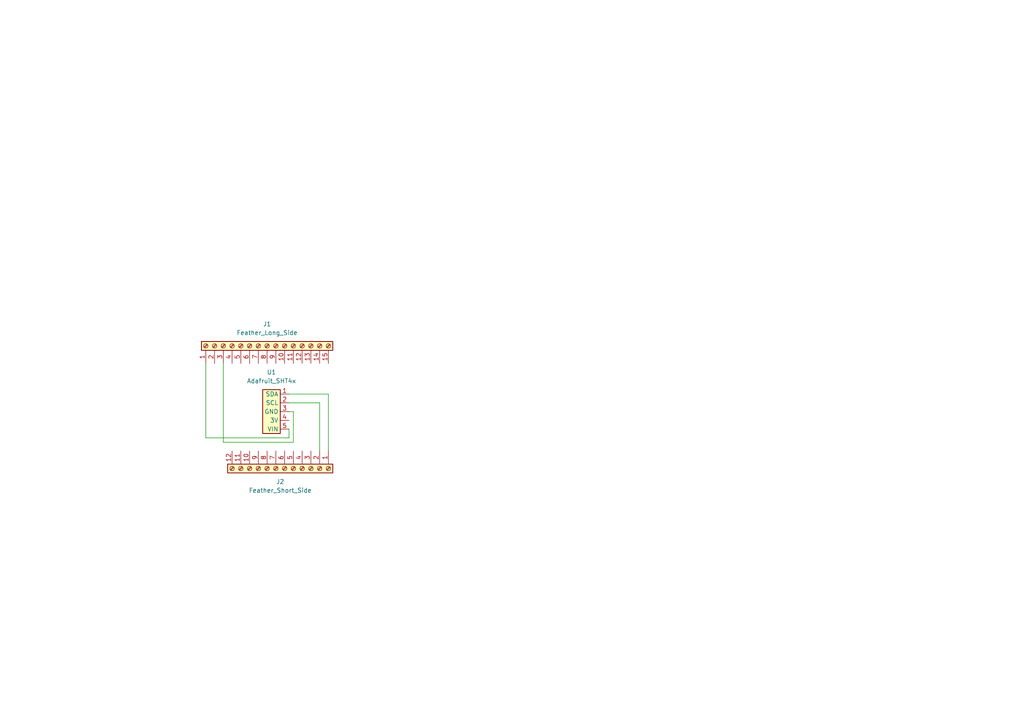
<source format=kicad_sch>
(kicad_sch (version 20211123) (generator eeschema)
  (paper "A4")
  (lib_symbols
    (symbol "Sensor:Adafruit_SHT4x"
      (property "Reference" "U" (at 3.81 6.35 0))
      (property "Value" "Adafruit_SHT4x" (at 2.54 -11.43 0))
      (symbol "Adafruit_SHT4x_0_1"
        (rectangle (start 0 5.08) (end 5.08 -7.62) (stroke (width 0.254)) (fill (type background)))
      )
      (symbol "Adafruit_SHT4x_1_1"
        (pin bidirectional line (at 7.62 3.81 180) (length 2.54) (name "SDA") (number "1"))
        (pin input line (at 7.62 1.27 180) (length 2.54) (name "SCL") (number "2"))
        (pin power_in line (at 7.62 -1.27 180) (length 2.54) (name "GND") (number "3"))
        (pin power_out line (at 7.62 -3.81 180) (length 2.54) (name "3V") (number "4"))
        (pin power_in line (at 7.62 -6.35 180) (length 2.54) (name "VIN") (number "5"))
      )
    )
    (symbol "Sensor:Feather_Long_Side" (pin_names (offset 1.016) hide)
      (property "Reference" "J" (at 0 20.32 0))
      (property "Value" "Feather_Long_Side" (at 0 -20.32 0))
      (symbol "Feather_Long_Side_1_1"
        (rectangle (start -1.27 19.05) (end 1.27 -19.05) (stroke (width 0.254)) (fill (type background)))
        (circle (center 0 -17.78) (radius 0.635) (stroke (width 0.1524)))
        (circle (center 0 -15.24) (radius 0.635) (stroke (width 0.1524)))
        (circle (center 0 -12.7) (radius 0.635) (stroke (width 0.1524)))
        (circle (center 0 -10.16) (radius 0.635) (stroke (width 0.1524)))
        (circle (center 0 -7.62) (radius 0.635) (stroke (width 0.1524)))
        (circle (center 0 -5.08) (radius 0.635) (stroke (width 0.1524)))
        (circle (center 0 -2.54) (radius 0.635) (stroke (width 0.1524)))
        (polyline (pts (xy -0.5334 -17.4498) (xy 0.3302 -18.288)) (stroke (width 0.1524)))
        (polyline (pts (xy -0.5334 -14.9098) (xy 0.3302 -15.748)) (stroke (width 0.1524)))
        (polyline (pts (xy -0.5334 -12.3698) (xy 0.3302 -13.208)) (stroke (width 0.1524)))
        (polyline (pts (xy -0.5334 -9.8298) (xy 0.3302 -10.668)) (stroke (width 0.1524)))
        (polyline (pts (xy -0.5334 -7.2898) (xy 0.3302 -8.128)) (stroke (width 0.1524)))
        (polyline (pts (xy -0.5334 -4.7498) (xy 0.3302 -5.588)) (stroke (width 0.1524)))
        (polyline (pts (xy -0.5334 -2.2098) (xy 0.3302 -3.048)) (stroke (width 0.1524)))
        (polyline (pts (xy -0.5334 0.3302) (xy 0.3302 -0.508)) (stroke (width 0.1524)))
        (polyline (pts (xy -0.5334 2.8702) (xy 0.3302 2.032)) (stroke (width 0.1524)))
        (polyline (pts (xy -0.5334 5.4102) (xy 0.3302 4.572)) (stroke (width 0.1524)))
        (polyline (pts (xy -0.5334 7.9502) (xy 0.3302 7.112)) (stroke (width 0.1524)))
        (polyline (pts (xy -0.5334 10.4902) (xy 0.3302 9.652)) (stroke (width 0.1524)))
        (polyline (pts (xy -0.5334 13.0302) (xy 0.3302 12.192)) (stroke (width 0.1524)))
        (polyline (pts (xy -0.5334 15.5702) (xy 0.3302 14.732)) (stroke (width 0.1524)))
        (polyline (pts (xy -0.5334 18.1102) (xy 0.3302 17.272)) (stroke (width 0.1524)))
        (polyline (pts (xy -0.3556 -17.272) (xy 0.508 -18.1102)) (stroke (width 0.1524)))
        (polyline (pts (xy -0.3556 -14.732) (xy 0.508 -15.5702)) (stroke (width 0.1524)))
        (polyline (pts (xy -0.3556 -12.192) (xy 0.508 -13.0302)) (stroke (width 0.1524)))
        (polyline (pts (xy -0.3556 -9.652) (xy 0.508 -10.4902)) (stroke (width 0.1524)))
        (polyline (pts (xy -0.3556 -7.112) (xy 0.508 -7.9502)) (stroke (width 0.1524)))
        (polyline (pts (xy -0.3556 -4.572) (xy 0.508 -5.4102)) (stroke (width 0.1524)))
        (polyline (pts (xy -0.3556 -2.032) (xy 0.508 -2.8702)) (stroke (width 0.1524)))
        (polyline (pts (xy -0.3556 0.508) (xy 0.508 -0.3302)) (stroke (width 0.1524)))
        (polyline (pts (xy -0.3556 3.048) (xy 0.508 2.2098)) (stroke (width 0.1524)))
        (polyline (pts (xy -0.3556 5.588) (xy 0.508 4.7498)) (stroke (width 0.1524)))
        (polyline (pts (xy -0.3556 8.128) (xy 0.508 7.2898)) (stroke (width 0.1524)))
        (polyline (pts (xy -0.3556 10.668) (xy 0.508 9.8298)) (stroke (width 0.1524)))
        (polyline (pts (xy -0.3556 13.208) (xy 0.508 12.3698)) (stroke (width 0.1524)))
        (polyline (pts (xy -0.3556 15.748) (xy 0.508 14.9098)) (stroke (width 0.1524)))
        (polyline (pts (xy -0.3556 18.288) (xy 0.508 17.4498)) (stroke (width 0.1524)))
        (circle (center 0 0) (radius 0.635) (stroke (width 0.1524)))
        (circle (center 0 2.54) (radius 0.635) (stroke (width 0.1524)))
        (circle (center 0 5.08) (radius 0.635) (stroke (width 0.1524)))
        (circle (center 0 7.62) (radius 0.635) (stroke (width 0.1524)))
        (circle (center 0 10.16) (radius 0.635) (stroke (width 0.1524)))
        (circle (center 0 12.7) (radius 0.635) (stroke (width 0.1524)))
        (circle (center 0 15.24) (radius 0.635) (stroke (width 0.1524)))
        (circle (center 0 17.78) (radius 0.635) (stroke (width 0.1524)))
        (pin power_out line (at -5.08 17.78 0) (length 3.81) (name "3V") (number "1"))
        (pin passive line (at -5.08 -5.08 0) (length 3.81) (name "Pin_10") (number "10"))
        (pin passive line (at -5.08 -7.62 0) (length 3.81) (name "Pin_11") (number "11"))
        (pin passive line (at -5.08 -10.16 0) (length 3.81) (name "Pin_12") (number "12"))
        (pin passive line (at -5.08 -12.7 0) (length 3.81) (name "Pin_13") (number "13"))
        (pin passive line (at -5.08 -15.24 0) (length 3.81) (name "Pin_14") (number "14"))
        (pin passive line (at -5.08 -17.78 0) (length 3.81) (name "Pin_15") (number "15"))
        (pin passive line (at -5.08 15.24 0) (length 3.81) (name "Pin_2") (number "2"))
        (pin power_out line (at -5.08 12.7 0) (length 3.81) (name "GND") (number "3"))
        (pin passive line (at -5.08 10.16 0) (length 3.81) (name "Pin_4") (number "4"))
        (pin passive line (at -5.08 7.62 0) (length 3.81) (name "Pin_5") (number "5"))
        (pin passive line (at -5.08 5.08 0) (length 3.81) (name "Pin_6") (number "6"))
        (pin passive line (at -5.08 2.54 0) (length 3.81) (name "Pin_7") (number "7"))
        (pin passive line (at -5.08 0 0) (length 3.81) (name "Pin_8") (number "8"))
        (pin passive line (at -5.08 -2.54 0) (length 3.81) (name "Pin_9") (number "9"))
      )
    )
    (symbol "Sensor:Feather_Short_Side" (pin_names (offset 1.016) hide)
      (property "Reference" "J" (at 0 15.24 0))
      (property "Value" "Feather_Short_Side" (at 0 -17.78 0))
      (symbol "Feather_Short_Side_1_1"
        (rectangle (start -1.27 13.97) (end 1.27 -16.51) (stroke (width 0.254)) (fill (type background)))
        (circle (center 0 -15.24) (radius 0.635) (stroke (width 0.1524)))
        (circle (center 0 -12.7) (radius 0.635) (stroke (width 0.1524)))
        (circle (center 0 -10.16) (radius 0.635) (stroke (width 0.1524)))
        (circle (center 0 -7.62) (radius 0.635) (stroke (width 0.1524)))
        (circle (center 0 -5.08) (radius 0.635) (stroke (width 0.1524)))
        (circle (center 0 -2.54) (radius 0.635) (stroke (width 0.1524)))
        (polyline (pts (xy -0.5334 -14.9098) (xy 0.3302 -15.748)) (stroke (width 0.1524)))
        (polyline (pts (xy -0.5334 -12.3698) (xy 0.3302 -13.208)) (stroke (width 0.1524)))
        (polyline (pts (xy -0.5334 -9.8298) (xy 0.3302 -10.668)) (stroke (width 0.1524)))
        (polyline (pts (xy -0.5334 -7.2898) (xy 0.3302 -8.128)) (stroke (width 0.1524)))
        (polyline (pts (xy -0.5334 -4.7498) (xy 0.3302 -5.588)) (stroke (width 0.1524)))
        (polyline (pts (xy -0.5334 -2.2098) (xy 0.3302 -3.048)) (stroke (width 0.1524)))
        (polyline (pts (xy -0.5334 0.3302) (xy 0.3302 -0.508)) (stroke (width 0.1524)))
        (polyline (pts (xy -0.5334 2.8702) (xy 0.3302 2.032)) (stroke (width 0.1524)))
        (polyline (pts (xy -0.5334 5.4102) (xy 0.3302 4.572)) (stroke (width 0.1524)))
        (polyline (pts (xy -0.5334 7.9502) (xy 0.3302 7.112)) (stroke (width 0.1524)))
        (polyline (pts (xy -0.5334 10.4902) (xy 0.3302 9.652)) (stroke (width 0.1524)))
        (polyline (pts (xy -0.5334 13.0302) (xy 0.3302 12.192)) (stroke (width 0.1524)))
        (polyline (pts (xy -0.3556 -14.732) (xy 0.508 -15.5702)) (stroke (width 0.1524)))
        (polyline (pts (xy -0.3556 -12.192) (xy 0.508 -13.0302)) (stroke (width 0.1524)))
        (polyline (pts (xy -0.3556 -9.652) (xy 0.508 -10.4902)) (stroke (width 0.1524)))
        (polyline (pts (xy -0.3556 -7.112) (xy 0.508 -7.9502)) (stroke (width 0.1524)))
        (polyline (pts (xy -0.3556 -4.572) (xy 0.508 -5.4102)) (stroke (width 0.1524)))
        (polyline (pts (xy -0.3556 -2.032) (xy 0.508 -2.8702)) (stroke (width 0.1524)))
        (polyline (pts (xy -0.3556 0.508) (xy 0.508 -0.3302)) (stroke (width 0.1524)))
        (polyline (pts (xy -0.3556 3.048) (xy 0.508 2.2098)) (stroke (width 0.1524)))
        (polyline (pts (xy -0.3556 5.588) (xy 0.508 4.7498)) (stroke (width 0.1524)))
        (polyline (pts (xy -0.3556 8.128) (xy 0.508 7.2898)) (stroke (width 0.1524)))
        (polyline (pts (xy -0.3556 10.668) (xy 0.508 9.8298)) (stroke (width 0.1524)))
        (polyline (pts (xy -0.3556 13.208) (xy 0.508 12.3698)) (stroke (width 0.1524)))
        (circle (center 0 0) (radius 0.635) (stroke (width 0.1524)))
        (circle (center 0 2.54) (radius 0.635) (stroke (width 0.1524)))
        (circle (center 0 5.08) (radius 0.635) (stroke (width 0.1524)))
        (circle (center 0 7.62) (radius 0.635) (stroke (width 0.1524)))
        (circle (center 0 10.16) (radius 0.635) (stroke (width 0.1524)))
        (circle (center 0 12.7) (radius 0.635) (stroke (width 0.1524)))
        (pin bidirectional line (at -5.08 12.7 0) (length 3.81) (name "SDA") (number "1"))
        (pin passive line (at -5.08 -10.16 0) (length 3.81) (name "Pin_10") (number "10"))
        (pin passive line (at -5.08 -12.7 0) (length 3.81) (name "Pin_11") (number "11"))
        (pin passive line (at -5.08 -15.24 0) (length 3.81) (name "Pin_12") (number "12"))
        (pin output line (at -5.08 10.16 0) (length 3.81) (name "SCL") (number "2"))
        (pin passive line (at -5.08 7.62 0) (length 3.81) (name "Pin_3") (number "3"))
        (pin passive line (at -5.08 5.08 0) (length 3.81) (name "Pin_4") (number "4"))
        (pin passive line (at -5.08 2.54 0) (length 3.81) (name "Pin_5") (number "5"))
        (pin passive line (at -5.08 0 0) (length 3.81) (name "Pin_6") (number "6"))
        (pin passive line (at -5.08 -2.54 0) (length 3.81) (name "Pin_7") (number "7"))
        (pin passive line (at -5.08 -5.08 0) (length 3.81) (name "Pin_8") (number "8"))
        (pin passive line (at -5.08 -7.62 0) (length 3.81) (name "Pin_9") (number "9"))
      )
    )
  )
  (wire (pts (xy 85.09 119.38) (xy 85.09 128.27)))
  (wire (pts (xy 83.82 116.84) (xy 92.71 116.84)))
  (wire (pts (xy 83.82 119.38) (xy 85.09 119.38)))
  (wire (pts (xy 85.09 128.27) (xy 64.77 128.27)))
  (wire (pts (xy 95.25 114.3) (xy 95.25 130.81)))
  (wire (pts (xy 92.71 116.84) (xy 92.71 130.81)))
  (wire (pts (xy 64.77 128.27) (xy 64.77 105.41)))
  (wire (pts (xy 83.82 114.3) (xy 95.25 114.3)))
  (wire (pts (xy 83.82 124.46) (xy 83.82 127)))
  (wire (pts (xy 83.82 127) (xy 59.69 127)))
  (wire (pts (xy 59.69 127) (xy 59.69 105.41)))
  (symbol (lib_id "Sensor:Adafruit_SHT4x") (at 76.2 118.11 0) (unit 1)
    (property "Reference" "U1" (at 78.74 107.95 0))
    (property "Value" "Adafruit_SHT4x" (at 78.74 110.49 0))
    (property "Footprint" "Connector_PinSocket_2.54mm:PinSocket_1x05_P2.54mm_Vertical" (effects hide))
    (property "Datasheet" "https://sensirion.com/media/documents/33FD6951/624C4357/Datasheet_SHT4x.pdf" (effects hide))
  )
  (symbol (lib_id "Sensor:Feather_Long_Side") (at 77.47 100.33 90) (unit 1)
    (property "Reference" "J1" (at 77.47 93.98 90))
    (property "Value" "Feather_Long_Side" (at 77.47 96.52 90))
    (property "Footprint" "Connector_PinSocket_2.54mm:PinSocket_1x15_P2.54mm_Vertical" (effects hide))
  )
  (symbol (lib_id "Sensor:Feather_Short_Side") (at 82.55 135.89 270) (unit 1)
    (property "Reference" "J2" (at 81.28 139.7 90))
    (property "Value" "Feather_Short_Side" (at 81.28 142.24 90))
    (property "Footprint" "Connector_PinSocket_2.54mm:PinSocket_1x12_P2.54mm_Vertical" (effects hide))
  )
)
</source>
